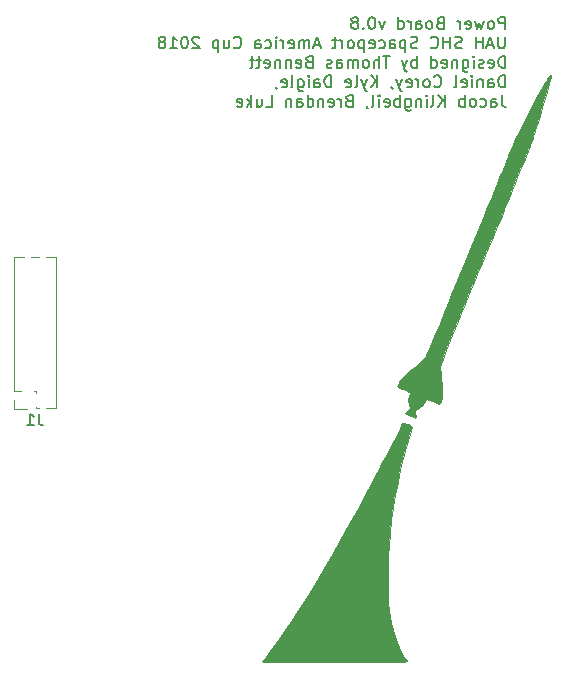
<source format=gbr>
G04 #@! TF.GenerationSoftware,KiCad,Pcbnew,(5.0.0-rc2-dev-185-g935a5ca)*
G04 #@! TF.CreationDate,2018-03-13T10:49:46-05:00*
G04 #@! TF.ProjectId,Power Board,506F77657220426F6172642E6B696361,rev?*
G04 #@! TF.SameCoordinates,Original*
G04 #@! TF.FileFunction,Legend,Bot*
G04 #@! TF.FilePolarity,Positive*
%FSLAX46Y46*%
G04 Gerber Fmt 4.6, Leading zero omitted, Abs format (unit mm)*
G04 Created by KiCad (PCBNEW (5.0.0-rc2-dev-185-g935a5ca)) date Tuesday, March 13, 2018 at 10:49:46 AM*
%MOMM*%
%LPD*%
G01*
G04 APERTURE LIST*
%ADD10C,0.150000*%
%ADD11C,0.120000*%
%ADD12C,0.010000*%
%ADD13O,1.050800X1.050800*%
%ADD14R,1.050800X1.050800*%
%ADD15R,1.650800X1.650800*%
%ADD16C,1.650800*%
%ADD17C,3.250800*%
G04 APERTURE END LIST*
D10*
X239440404Y-86560380D02*
X239440404Y-85560380D01*
X239059452Y-85560380D01*
X238964214Y-85608000D01*
X238916595Y-85655619D01*
X238868976Y-85750857D01*
X238868976Y-85893714D01*
X238916595Y-85988952D01*
X238964214Y-86036571D01*
X239059452Y-86084190D01*
X239440404Y-86084190D01*
X238297547Y-86560380D02*
X238392785Y-86512761D01*
X238440404Y-86465142D01*
X238488023Y-86369904D01*
X238488023Y-86084190D01*
X238440404Y-85988952D01*
X238392785Y-85941333D01*
X238297547Y-85893714D01*
X238154690Y-85893714D01*
X238059452Y-85941333D01*
X238011833Y-85988952D01*
X237964214Y-86084190D01*
X237964214Y-86369904D01*
X238011833Y-86465142D01*
X238059452Y-86512761D01*
X238154690Y-86560380D01*
X238297547Y-86560380D01*
X237630880Y-85893714D02*
X237440404Y-86560380D01*
X237249928Y-86084190D01*
X237059452Y-86560380D01*
X236868976Y-85893714D01*
X236107071Y-86512761D02*
X236202309Y-86560380D01*
X236392785Y-86560380D01*
X236488023Y-86512761D01*
X236535642Y-86417523D01*
X236535642Y-86036571D01*
X236488023Y-85941333D01*
X236392785Y-85893714D01*
X236202309Y-85893714D01*
X236107071Y-85941333D01*
X236059452Y-86036571D01*
X236059452Y-86131809D01*
X236535642Y-86227047D01*
X235630880Y-86560380D02*
X235630880Y-85893714D01*
X235630880Y-86084190D02*
X235583261Y-85988952D01*
X235535642Y-85941333D01*
X235440404Y-85893714D01*
X235345166Y-85893714D01*
X233916595Y-86036571D02*
X233773738Y-86084190D01*
X233726119Y-86131809D01*
X233678500Y-86227047D01*
X233678500Y-86369904D01*
X233726119Y-86465142D01*
X233773738Y-86512761D01*
X233868976Y-86560380D01*
X234249928Y-86560380D01*
X234249928Y-85560380D01*
X233916595Y-85560380D01*
X233821357Y-85608000D01*
X233773738Y-85655619D01*
X233726119Y-85750857D01*
X233726119Y-85846095D01*
X233773738Y-85941333D01*
X233821357Y-85988952D01*
X233916595Y-86036571D01*
X234249928Y-86036571D01*
X233107071Y-86560380D02*
X233202309Y-86512761D01*
X233249928Y-86465142D01*
X233297547Y-86369904D01*
X233297547Y-86084190D01*
X233249928Y-85988952D01*
X233202309Y-85941333D01*
X233107071Y-85893714D01*
X232964214Y-85893714D01*
X232868976Y-85941333D01*
X232821357Y-85988952D01*
X232773738Y-86084190D01*
X232773738Y-86369904D01*
X232821357Y-86465142D01*
X232868976Y-86512761D01*
X232964214Y-86560380D01*
X233107071Y-86560380D01*
X231916595Y-86560380D02*
X231916595Y-86036571D01*
X231964214Y-85941333D01*
X232059452Y-85893714D01*
X232249928Y-85893714D01*
X232345166Y-85941333D01*
X231916595Y-86512761D02*
X232011833Y-86560380D01*
X232249928Y-86560380D01*
X232345166Y-86512761D01*
X232392785Y-86417523D01*
X232392785Y-86322285D01*
X232345166Y-86227047D01*
X232249928Y-86179428D01*
X232011833Y-86179428D01*
X231916595Y-86131809D01*
X231440404Y-86560380D02*
X231440404Y-85893714D01*
X231440404Y-86084190D02*
X231392785Y-85988952D01*
X231345166Y-85941333D01*
X231249928Y-85893714D01*
X231154690Y-85893714D01*
X230392785Y-86560380D02*
X230392785Y-85560380D01*
X230392785Y-86512761D02*
X230488023Y-86560380D01*
X230678500Y-86560380D01*
X230773738Y-86512761D01*
X230821357Y-86465142D01*
X230868976Y-86369904D01*
X230868976Y-86084190D01*
X230821357Y-85988952D01*
X230773738Y-85941333D01*
X230678500Y-85893714D01*
X230488023Y-85893714D01*
X230392785Y-85941333D01*
X229249928Y-85893714D02*
X229011833Y-86560380D01*
X228773738Y-85893714D01*
X228202309Y-85560380D02*
X228107071Y-85560380D01*
X228011833Y-85608000D01*
X227964214Y-85655619D01*
X227916595Y-85750857D01*
X227868976Y-85941333D01*
X227868976Y-86179428D01*
X227916595Y-86369904D01*
X227964214Y-86465142D01*
X228011833Y-86512761D01*
X228107071Y-86560380D01*
X228202309Y-86560380D01*
X228297547Y-86512761D01*
X228345166Y-86465142D01*
X228392785Y-86369904D01*
X228440404Y-86179428D01*
X228440404Y-85941333D01*
X228392785Y-85750857D01*
X228345166Y-85655619D01*
X228297547Y-85608000D01*
X228202309Y-85560380D01*
X227440404Y-86465142D02*
X227392785Y-86512761D01*
X227440404Y-86560380D01*
X227488023Y-86512761D01*
X227440404Y-86465142D01*
X227440404Y-86560380D01*
X226821357Y-85988952D02*
X226916595Y-85941333D01*
X226964214Y-85893714D01*
X227011833Y-85798476D01*
X227011833Y-85750857D01*
X226964214Y-85655619D01*
X226916595Y-85608000D01*
X226821357Y-85560380D01*
X226630880Y-85560380D01*
X226535642Y-85608000D01*
X226488023Y-85655619D01*
X226440404Y-85750857D01*
X226440404Y-85798476D01*
X226488023Y-85893714D01*
X226535642Y-85941333D01*
X226630880Y-85988952D01*
X226821357Y-85988952D01*
X226916595Y-86036571D01*
X226964214Y-86084190D01*
X227011833Y-86179428D01*
X227011833Y-86369904D01*
X226964214Y-86465142D01*
X226916595Y-86512761D01*
X226821357Y-86560380D01*
X226630880Y-86560380D01*
X226535642Y-86512761D01*
X226488023Y-86465142D01*
X226440404Y-86369904D01*
X226440404Y-86179428D01*
X226488023Y-86084190D01*
X226535642Y-86036571D01*
X226630880Y-85988952D01*
X239440404Y-87210380D02*
X239440404Y-88019904D01*
X239392785Y-88115142D01*
X239345166Y-88162761D01*
X239249928Y-88210380D01*
X239059452Y-88210380D01*
X238964214Y-88162761D01*
X238916595Y-88115142D01*
X238868976Y-88019904D01*
X238868976Y-87210380D01*
X238440404Y-87924666D02*
X237964214Y-87924666D01*
X238535642Y-88210380D02*
X238202309Y-87210380D01*
X237868976Y-88210380D01*
X237535642Y-88210380D02*
X237535642Y-87210380D01*
X237535642Y-87686571D02*
X236964214Y-87686571D01*
X236964214Y-88210380D02*
X236964214Y-87210380D01*
X235773738Y-88162761D02*
X235630880Y-88210380D01*
X235392785Y-88210380D01*
X235297547Y-88162761D01*
X235249928Y-88115142D01*
X235202309Y-88019904D01*
X235202309Y-87924666D01*
X235249928Y-87829428D01*
X235297547Y-87781809D01*
X235392785Y-87734190D01*
X235583261Y-87686571D01*
X235678500Y-87638952D01*
X235726119Y-87591333D01*
X235773738Y-87496095D01*
X235773738Y-87400857D01*
X235726119Y-87305619D01*
X235678500Y-87258000D01*
X235583261Y-87210380D01*
X235345166Y-87210380D01*
X235202309Y-87258000D01*
X234773738Y-88210380D02*
X234773738Y-87210380D01*
X234773738Y-87686571D02*
X234202309Y-87686571D01*
X234202309Y-88210380D02*
X234202309Y-87210380D01*
X233154690Y-88115142D02*
X233202309Y-88162761D01*
X233345166Y-88210380D01*
X233440404Y-88210380D01*
X233583261Y-88162761D01*
X233678500Y-88067523D01*
X233726119Y-87972285D01*
X233773738Y-87781809D01*
X233773738Y-87638952D01*
X233726119Y-87448476D01*
X233678500Y-87353238D01*
X233583261Y-87258000D01*
X233440404Y-87210380D01*
X233345166Y-87210380D01*
X233202309Y-87258000D01*
X233154690Y-87305619D01*
X232011833Y-88162761D02*
X231868976Y-88210380D01*
X231630880Y-88210380D01*
X231535642Y-88162761D01*
X231488023Y-88115142D01*
X231440404Y-88019904D01*
X231440404Y-87924666D01*
X231488023Y-87829428D01*
X231535642Y-87781809D01*
X231630880Y-87734190D01*
X231821357Y-87686571D01*
X231916595Y-87638952D01*
X231964214Y-87591333D01*
X232011833Y-87496095D01*
X232011833Y-87400857D01*
X231964214Y-87305619D01*
X231916595Y-87258000D01*
X231821357Y-87210380D01*
X231583261Y-87210380D01*
X231440404Y-87258000D01*
X231011833Y-87543714D02*
X231011833Y-88543714D01*
X231011833Y-87591333D02*
X230916595Y-87543714D01*
X230726119Y-87543714D01*
X230630880Y-87591333D01*
X230583261Y-87638952D01*
X230535642Y-87734190D01*
X230535642Y-88019904D01*
X230583261Y-88115142D01*
X230630880Y-88162761D01*
X230726119Y-88210380D01*
X230916595Y-88210380D01*
X231011833Y-88162761D01*
X229678500Y-88210380D02*
X229678500Y-87686571D01*
X229726119Y-87591333D01*
X229821357Y-87543714D01*
X230011833Y-87543714D01*
X230107071Y-87591333D01*
X229678500Y-88162761D02*
X229773738Y-88210380D01*
X230011833Y-88210380D01*
X230107071Y-88162761D01*
X230154690Y-88067523D01*
X230154690Y-87972285D01*
X230107071Y-87877047D01*
X230011833Y-87829428D01*
X229773738Y-87829428D01*
X229678500Y-87781809D01*
X228773738Y-88162761D02*
X228868976Y-88210380D01*
X229059452Y-88210380D01*
X229154690Y-88162761D01*
X229202309Y-88115142D01*
X229249928Y-88019904D01*
X229249928Y-87734190D01*
X229202309Y-87638952D01*
X229154690Y-87591333D01*
X229059452Y-87543714D01*
X228868976Y-87543714D01*
X228773738Y-87591333D01*
X227964214Y-88162761D02*
X228059452Y-88210380D01*
X228249928Y-88210380D01*
X228345166Y-88162761D01*
X228392785Y-88067523D01*
X228392785Y-87686571D01*
X228345166Y-87591333D01*
X228249928Y-87543714D01*
X228059452Y-87543714D01*
X227964214Y-87591333D01*
X227916595Y-87686571D01*
X227916595Y-87781809D01*
X228392785Y-87877047D01*
X227488023Y-87543714D02*
X227488023Y-88543714D01*
X227488023Y-87591333D02*
X227392785Y-87543714D01*
X227202309Y-87543714D01*
X227107071Y-87591333D01*
X227059452Y-87638952D01*
X227011833Y-87734190D01*
X227011833Y-88019904D01*
X227059452Y-88115142D01*
X227107071Y-88162761D01*
X227202309Y-88210380D01*
X227392785Y-88210380D01*
X227488023Y-88162761D01*
X226440404Y-88210380D02*
X226535642Y-88162761D01*
X226583261Y-88115142D01*
X226630880Y-88019904D01*
X226630880Y-87734190D01*
X226583261Y-87638952D01*
X226535642Y-87591333D01*
X226440404Y-87543714D01*
X226297547Y-87543714D01*
X226202309Y-87591333D01*
X226154690Y-87638952D01*
X226107071Y-87734190D01*
X226107071Y-88019904D01*
X226154690Y-88115142D01*
X226202309Y-88162761D01*
X226297547Y-88210380D01*
X226440404Y-88210380D01*
X225678500Y-88210380D02*
X225678500Y-87543714D01*
X225678500Y-87734190D02*
X225630880Y-87638952D01*
X225583261Y-87591333D01*
X225488023Y-87543714D01*
X225392785Y-87543714D01*
X225202309Y-87543714D02*
X224821357Y-87543714D01*
X225059452Y-87210380D02*
X225059452Y-88067523D01*
X225011833Y-88162761D01*
X224916595Y-88210380D01*
X224821357Y-88210380D01*
X223773738Y-87924666D02*
X223297547Y-87924666D01*
X223868976Y-88210380D02*
X223535642Y-87210380D01*
X223202309Y-88210380D01*
X222868976Y-88210380D02*
X222868976Y-87543714D01*
X222868976Y-87638952D02*
X222821357Y-87591333D01*
X222726119Y-87543714D01*
X222583261Y-87543714D01*
X222488023Y-87591333D01*
X222440404Y-87686571D01*
X222440404Y-88210380D01*
X222440404Y-87686571D02*
X222392785Y-87591333D01*
X222297547Y-87543714D01*
X222154690Y-87543714D01*
X222059452Y-87591333D01*
X222011833Y-87686571D01*
X222011833Y-88210380D01*
X221154690Y-88162761D02*
X221249928Y-88210380D01*
X221440404Y-88210380D01*
X221535642Y-88162761D01*
X221583261Y-88067523D01*
X221583261Y-87686571D01*
X221535642Y-87591333D01*
X221440404Y-87543714D01*
X221249928Y-87543714D01*
X221154690Y-87591333D01*
X221107071Y-87686571D01*
X221107071Y-87781809D01*
X221583261Y-87877047D01*
X220678500Y-88210380D02*
X220678500Y-87543714D01*
X220678500Y-87734190D02*
X220630880Y-87638952D01*
X220583261Y-87591333D01*
X220488023Y-87543714D01*
X220392785Y-87543714D01*
X220059452Y-88210380D02*
X220059452Y-87543714D01*
X220059452Y-87210380D02*
X220107071Y-87258000D01*
X220059452Y-87305619D01*
X220011833Y-87258000D01*
X220059452Y-87210380D01*
X220059452Y-87305619D01*
X219154690Y-88162761D02*
X219249928Y-88210380D01*
X219440404Y-88210380D01*
X219535642Y-88162761D01*
X219583261Y-88115142D01*
X219630880Y-88019904D01*
X219630880Y-87734190D01*
X219583261Y-87638952D01*
X219535642Y-87591333D01*
X219440404Y-87543714D01*
X219249928Y-87543714D01*
X219154690Y-87591333D01*
X218297547Y-88210380D02*
X218297547Y-87686571D01*
X218345166Y-87591333D01*
X218440404Y-87543714D01*
X218630880Y-87543714D01*
X218726119Y-87591333D01*
X218297547Y-88162761D02*
X218392785Y-88210380D01*
X218630880Y-88210380D01*
X218726119Y-88162761D01*
X218773738Y-88067523D01*
X218773738Y-87972285D01*
X218726119Y-87877047D01*
X218630880Y-87829428D01*
X218392785Y-87829428D01*
X218297547Y-87781809D01*
X216488023Y-88115142D02*
X216535642Y-88162761D01*
X216678500Y-88210380D01*
X216773738Y-88210380D01*
X216916595Y-88162761D01*
X217011833Y-88067523D01*
X217059452Y-87972285D01*
X217107071Y-87781809D01*
X217107071Y-87638952D01*
X217059452Y-87448476D01*
X217011833Y-87353238D01*
X216916595Y-87258000D01*
X216773738Y-87210380D01*
X216678500Y-87210380D01*
X216535642Y-87258000D01*
X216488023Y-87305619D01*
X215630880Y-87543714D02*
X215630880Y-88210380D01*
X216059452Y-87543714D02*
X216059452Y-88067523D01*
X216011833Y-88162761D01*
X215916595Y-88210380D01*
X215773738Y-88210380D01*
X215678500Y-88162761D01*
X215630880Y-88115142D01*
X215154690Y-87543714D02*
X215154690Y-88543714D01*
X215154690Y-87591333D02*
X215059452Y-87543714D01*
X214868976Y-87543714D01*
X214773738Y-87591333D01*
X214726119Y-87638952D01*
X214678500Y-87734190D01*
X214678500Y-88019904D01*
X214726119Y-88115142D01*
X214773738Y-88162761D01*
X214868976Y-88210380D01*
X215059452Y-88210380D01*
X215154690Y-88162761D01*
X213535642Y-87305619D02*
X213488023Y-87258000D01*
X213392785Y-87210380D01*
X213154690Y-87210380D01*
X213059452Y-87258000D01*
X213011833Y-87305619D01*
X212964214Y-87400857D01*
X212964214Y-87496095D01*
X213011833Y-87638952D01*
X213583261Y-88210380D01*
X212964214Y-88210380D01*
X212345166Y-87210380D02*
X212249928Y-87210380D01*
X212154690Y-87258000D01*
X212107071Y-87305619D01*
X212059452Y-87400857D01*
X212011833Y-87591333D01*
X212011833Y-87829428D01*
X212059452Y-88019904D01*
X212107071Y-88115142D01*
X212154690Y-88162761D01*
X212249928Y-88210380D01*
X212345166Y-88210380D01*
X212440404Y-88162761D01*
X212488023Y-88115142D01*
X212535642Y-88019904D01*
X212583261Y-87829428D01*
X212583261Y-87591333D01*
X212535642Y-87400857D01*
X212488023Y-87305619D01*
X212440404Y-87258000D01*
X212345166Y-87210380D01*
X211059452Y-88210380D02*
X211630880Y-88210380D01*
X211345166Y-88210380D02*
X211345166Y-87210380D01*
X211440404Y-87353238D01*
X211535642Y-87448476D01*
X211630880Y-87496095D01*
X210488023Y-87638952D02*
X210583261Y-87591333D01*
X210630880Y-87543714D01*
X210678500Y-87448476D01*
X210678500Y-87400857D01*
X210630880Y-87305619D01*
X210583261Y-87258000D01*
X210488023Y-87210380D01*
X210297547Y-87210380D01*
X210202309Y-87258000D01*
X210154690Y-87305619D01*
X210107071Y-87400857D01*
X210107071Y-87448476D01*
X210154690Y-87543714D01*
X210202309Y-87591333D01*
X210297547Y-87638952D01*
X210488023Y-87638952D01*
X210583261Y-87686571D01*
X210630880Y-87734190D01*
X210678500Y-87829428D01*
X210678500Y-88019904D01*
X210630880Y-88115142D01*
X210583261Y-88162761D01*
X210488023Y-88210380D01*
X210297547Y-88210380D01*
X210202309Y-88162761D01*
X210154690Y-88115142D01*
X210107071Y-88019904D01*
X210107071Y-87829428D01*
X210154690Y-87734190D01*
X210202309Y-87686571D01*
X210297547Y-87638952D01*
X239440404Y-89860380D02*
X239440404Y-88860380D01*
X239202309Y-88860380D01*
X239059452Y-88908000D01*
X238964214Y-89003238D01*
X238916595Y-89098476D01*
X238868976Y-89288952D01*
X238868976Y-89431809D01*
X238916595Y-89622285D01*
X238964214Y-89717523D01*
X239059452Y-89812761D01*
X239202309Y-89860380D01*
X239440404Y-89860380D01*
X238059452Y-89812761D02*
X238154690Y-89860380D01*
X238345166Y-89860380D01*
X238440404Y-89812761D01*
X238488023Y-89717523D01*
X238488023Y-89336571D01*
X238440404Y-89241333D01*
X238345166Y-89193714D01*
X238154690Y-89193714D01*
X238059452Y-89241333D01*
X238011833Y-89336571D01*
X238011833Y-89431809D01*
X238488023Y-89527047D01*
X237630880Y-89812761D02*
X237535642Y-89860380D01*
X237345166Y-89860380D01*
X237249928Y-89812761D01*
X237202309Y-89717523D01*
X237202309Y-89669904D01*
X237249928Y-89574666D01*
X237345166Y-89527047D01*
X237488023Y-89527047D01*
X237583261Y-89479428D01*
X237630880Y-89384190D01*
X237630880Y-89336571D01*
X237583261Y-89241333D01*
X237488023Y-89193714D01*
X237345166Y-89193714D01*
X237249928Y-89241333D01*
X236773738Y-89860380D02*
X236773738Y-89193714D01*
X236773738Y-88860380D02*
X236821357Y-88908000D01*
X236773738Y-88955619D01*
X236726119Y-88908000D01*
X236773738Y-88860380D01*
X236773738Y-88955619D01*
X235868976Y-89193714D02*
X235868976Y-90003238D01*
X235916595Y-90098476D01*
X235964214Y-90146095D01*
X236059452Y-90193714D01*
X236202309Y-90193714D01*
X236297547Y-90146095D01*
X235868976Y-89812761D02*
X235964214Y-89860380D01*
X236154690Y-89860380D01*
X236249928Y-89812761D01*
X236297547Y-89765142D01*
X236345166Y-89669904D01*
X236345166Y-89384190D01*
X236297547Y-89288952D01*
X236249928Y-89241333D01*
X236154690Y-89193714D01*
X235964214Y-89193714D01*
X235868976Y-89241333D01*
X235392785Y-89193714D02*
X235392785Y-89860380D01*
X235392785Y-89288952D02*
X235345166Y-89241333D01*
X235249928Y-89193714D01*
X235107071Y-89193714D01*
X235011833Y-89241333D01*
X234964214Y-89336571D01*
X234964214Y-89860380D01*
X234107071Y-89812761D02*
X234202309Y-89860380D01*
X234392785Y-89860380D01*
X234488023Y-89812761D01*
X234535642Y-89717523D01*
X234535642Y-89336571D01*
X234488023Y-89241333D01*
X234392785Y-89193714D01*
X234202309Y-89193714D01*
X234107071Y-89241333D01*
X234059452Y-89336571D01*
X234059452Y-89431809D01*
X234535642Y-89527047D01*
X233202309Y-89860380D02*
X233202309Y-88860380D01*
X233202309Y-89812761D02*
X233297547Y-89860380D01*
X233488023Y-89860380D01*
X233583261Y-89812761D01*
X233630880Y-89765142D01*
X233678500Y-89669904D01*
X233678500Y-89384190D01*
X233630880Y-89288952D01*
X233583261Y-89241333D01*
X233488023Y-89193714D01*
X233297547Y-89193714D01*
X233202309Y-89241333D01*
X231964214Y-89860380D02*
X231964214Y-88860380D01*
X231964214Y-89241333D02*
X231868976Y-89193714D01*
X231678500Y-89193714D01*
X231583261Y-89241333D01*
X231535642Y-89288952D01*
X231488023Y-89384190D01*
X231488023Y-89669904D01*
X231535642Y-89765142D01*
X231583261Y-89812761D01*
X231678500Y-89860380D01*
X231868976Y-89860380D01*
X231964214Y-89812761D01*
X231154690Y-89193714D02*
X230916595Y-89860380D01*
X230678500Y-89193714D02*
X230916595Y-89860380D01*
X231011833Y-90098476D01*
X231059452Y-90146095D01*
X231154690Y-90193714D01*
X229678500Y-88860380D02*
X229107071Y-88860380D01*
X229392785Y-89860380D02*
X229392785Y-88860380D01*
X228773738Y-89860380D02*
X228773738Y-88860380D01*
X228345166Y-89860380D02*
X228345166Y-89336571D01*
X228392785Y-89241333D01*
X228488023Y-89193714D01*
X228630880Y-89193714D01*
X228726119Y-89241333D01*
X228773738Y-89288952D01*
X227726119Y-89860380D02*
X227821357Y-89812761D01*
X227868976Y-89765142D01*
X227916595Y-89669904D01*
X227916595Y-89384190D01*
X227868976Y-89288952D01*
X227821357Y-89241333D01*
X227726119Y-89193714D01*
X227583261Y-89193714D01*
X227488023Y-89241333D01*
X227440404Y-89288952D01*
X227392785Y-89384190D01*
X227392785Y-89669904D01*
X227440404Y-89765142D01*
X227488023Y-89812761D01*
X227583261Y-89860380D01*
X227726119Y-89860380D01*
X226964214Y-89860380D02*
X226964214Y-89193714D01*
X226964214Y-89288952D02*
X226916595Y-89241333D01*
X226821357Y-89193714D01*
X226678500Y-89193714D01*
X226583261Y-89241333D01*
X226535642Y-89336571D01*
X226535642Y-89860380D01*
X226535642Y-89336571D02*
X226488023Y-89241333D01*
X226392785Y-89193714D01*
X226249928Y-89193714D01*
X226154690Y-89241333D01*
X226107071Y-89336571D01*
X226107071Y-89860380D01*
X225202309Y-89860380D02*
X225202309Y-89336571D01*
X225249928Y-89241333D01*
X225345166Y-89193714D01*
X225535642Y-89193714D01*
X225630880Y-89241333D01*
X225202309Y-89812761D02*
X225297547Y-89860380D01*
X225535642Y-89860380D01*
X225630880Y-89812761D01*
X225678500Y-89717523D01*
X225678500Y-89622285D01*
X225630880Y-89527047D01*
X225535642Y-89479428D01*
X225297547Y-89479428D01*
X225202309Y-89431809D01*
X224773738Y-89812761D02*
X224678500Y-89860380D01*
X224488023Y-89860380D01*
X224392785Y-89812761D01*
X224345166Y-89717523D01*
X224345166Y-89669904D01*
X224392785Y-89574666D01*
X224488023Y-89527047D01*
X224630880Y-89527047D01*
X224726119Y-89479428D01*
X224773738Y-89384190D01*
X224773738Y-89336571D01*
X224726119Y-89241333D01*
X224630880Y-89193714D01*
X224488023Y-89193714D01*
X224392785Y-89241333D01*
X222821357Y-89336571D02*
X222678500Y-89384190D01*
X222630880Y-89431809D01*
X222583261Y-89527047D01*
X222583261Y-89669904D01*
X222630880Y-89765142D01*
X222678500Y-89812761D01*
X222773738Y-89860380D01*
X223154690Y-89860380D01*
X223154690Y-88860380D01*
X222821357Y-88860380D01*
X222726119Y-88908000D01*
X222678500Y-88955619D01*
X222630880Y-89050857D01*
X222630880Y-89146095D01*
X222678500Y-89241333D01*
X222726119Y-89288952D01*
X222821357Y-89336571D01*
X223154690Y-89336571D01*
X221773738Y-89812761D02*
X221868976Y-89860380D01*
X222059452Y-89860380D01*
X222154690Y-89812761D01*
X222202309Y-89717523D01*
X222202309Y-89336571D01*
X222154690Y-89241333D01*
X222059452Y-89193714D01*
X221868976Y-89193714D01*
X221773738Y-89241333D01*
X221726119Y-89336571D01*
X221726119Y-89431809D01*
X222202309Y-89527047D01*
X221297547Y-89193714D02*
X221297547Y-89860380D01*
X221297547Y-89288952D02*
X221249928Y-89241333D01*
X221154690Y-89193714D01*
X221011833Y-89193714D01*
X220916595Y-89241333D01*
X220868976Y-89336571D01*
X220868976Y-89860380D01*
X220392785Y-89193714D02*
X220392785Y-89860380D01*
X220392785Y-89288952D02*
X220345166Y-89241333D01*
X220249928Y-89193714D01*
X220107071Y-89193714D01*
X220011833Y-89241333D01*
X219964214Y-89336571D01*
X219964214Y-89860380D01*
X219107071Y-89812761D02*
X219202309Y-89860380D01*
X219392785Y-89860380D01*
X219488023Y-89812761D01*
X219535642Y-89717523D01*
X219535642Y-89336571D01*
X219488023Y-89241333D01*
X219392785Y-89193714D01*
X219202309Y-89193714D01*
X219107071Y-89241333D01*
X219059452Y-89336571D01*
X219059452Y-89431809D01*
X219535642Y-89527047D01*
X218773738Y-89193714D02*
X218392785Y-89193714D01*
X218630880Y-88860380D02*
X218630880Y-89717523D01*
X218583261Y-89812761D01*
X218488023Y-89860380D01*
X218392785Y-89860380D01*
X218202309Y-89193714D02*
X217821357Y-89193714D01*
X218059452Y-88860380D02*
X218059452Y-89717523D01*
X218011833Y-89812761D01*
X217916595Y-89860380D01*
X217821357Y-89860380D01*
X239440404Y-91510380D02*
X239440404Y-90510380D01*
X239202309Y-90510380D01*
X239059452Y-90558000D01*
X238964214Y-90653238D01*
X238916595Y-90748476D01*
X238868976Y-90938952D01*
X238868976Y-91081809D01*
X238916595Y-91272285D01*
X238964214Y-91367523D01*
X239059452Y-91462761D01*
X239202309Y-91510380D01*
X239440404Y-91510380D01*
X238011833Y-91510380D02*
X238011833Y-90986571D01*
X238059452Y-90891333D01*
X238154690Y-90843714D01*
X238345166Y-90843714D01*
X238440404Y-90891333D01*
X238011833Y-91462761D02*
X238107071Y-91510380D01*
X238345166Y-91510380D01*
X238440404Y-91462761D01*
X238488023Y-91367523D01*
X238488023Y-91272285D01*
X238440404Y-91177047D01*
X238345166Y-91129428D01*
X238107071Y-91129428D01*
X238011833Y-91081809D01*
X237535642Y-90843714D02*
X237535642Y-91510380D01*
X237535642Y-90938952D02*
X237488023Y-90891333D01*
X237392785Y-90843714D01*
X237249928Y-90843714D01*
X237154690Y-90891333D01*
X237107071Y-90986571D01*
X237107071Y-91510380D01*
X236630880Y-91510380D02*
X236630880Y-90843714D01*
X236630880Y-90510380D02*
X236678500Y-90558000D01*
X236630880Y-90605619D01*
X236583261Y-90558000D01*
X236630880Y-90510380D01*
X236630880Y-90605619D01*
X235773738Y-91462761D02*
X235868976Y-91510380D01*
X236059452Y-91510380D01*
X236154690Y-91462761D01*
X236202309Y-91367523D01*
X236202309Y-90986571D01*
X236154690Y-90891333D01*
X236059452Y-90843714D01*
X235868976Y-90843714D01*
X235773738Y-90891333D01*
X235726119Y-90986571D01*
X235726119Y-91081809D01*
X236202309Y-91177047D01*
X235154690Y-91510380D02*
X235249928Y-91462761D01*
X235297547Y-91367523D01*
X235297547Y-90510380D01*
X233440404Y-91415142D02*
X233488023Y-91462761D01*
X233630880Y-91510380D01*
X233726119Y-91510380D01*
X233868976Y-91462761D01*
X233964214Y-91367523D01*
X234011833Y-91272285D01*
X234059452Y-91081809D01*
X234059452Y-90938952D01*
X234011833Y-90748476D01*
X233964214Y-90653238D01*
X233868976Y-90558000D01*
X233726119Y-90510380D01*
X233630880Y-90510380D01*
X233488023Y-90558000D01*
X233440404Y-90605619D01*
X232868976Y-91510380D02*
X232964214Y-91462761D01*
X233011833Y-91415142D01*
X233059452Y-91319904D01*
X233059452Y-91034190D01*
X233011833Y-90938952D01*
X232964214Y-90891333D01*
X232868976Y-90843714D01*
X232726119Y-90843714D01*
X232630880Y-90891333D01*
X232583261Y-90938952D01*
X232535642Y-91034190D01*
X232535642Y-91319904D01*
X232583261Y-91415142D01*
X232630880Y-91462761D01*
X232726119Y-91510380D01*
X232868976Y-91510380D01*
X232107071Y-91510380D02*
X232107071Y-90843714D01*
X232107071Y-91034190D02*
X232059452Y-90938952D01*
X232011833Y-90891333D01*
X231916595Y-90843714D01*
X231821357Y-90843714D01*
X231107071Y-91462761D02*
X231202309Y-91510380D01*
X231392785Y-91510380D01*
X231488023Y-91462761D01*
X231535642Y-91367523D01*
X231535642Y-90986571D01*
X231488023Y-90891333D01*
X231392785Y-90843714D01*
X231202309Y-90843714D01*
X231107071Y-90891333D01*
X231059452Y-90986571D01*
X231059452Y-91081809D01*
X231535642Y-91177047D01*
X230726119Y-90843714D02*
X230488023Y-91510380D01*
X230249928Y-90843714D02*
X230488023Y-91510380D01*
X230583261Y-91748476D01*
X230630880Y-91796095D01*
X230726119Y-91843714D01*
X229821357Y-91462761D02*
X229821357Y-91510380D01*
X229868976Y-91605619D01*
X229916595Y-91653238D01*
X228630880Y-91510380D02*
X228630880Y-90510380D01*
X228059452Y-91510380D02*
X228488023Y-90938952D01*
X228059452Y-90510380D02*
X228630880Y-91081809D01*
X227726119Y-90843714D02*
X227488023Y-91510380D01*
X227249928Y-90843714D02*
X227488023Y-91510380D01*
X227583261Y-91748476D01*
X227630880Y-91796095D01*
X227726119Y-91843714D01*
X226726119Y-91510380D02*
X226821357Y-91462761D01*
X226868976Y-91367523D01*
X226868976Y-90510380D01*
X225964214Y-91462761D02*
X226059452Y-91510380D01*
X226249928Y-91510380D01*
X226345166Y-91462761D01*
X226392785Y-91367523D01*
X226392785Y-90986571D01*
X226345166Y-90891333D01*
X226249928Y-90843714D01*
X226059452Y-90843714D01*
X225964214Y-90891333D01*
X225916595Y-90986571D01*
X225916595Y-91081809D01*
X226392785Y-91177047D01*
X224726119Y-91510380D02*
X224726119Y-90510380D01*
X224488023Y-90510380D01*
X224345166Y-90558000D01*
X224249928Y-90653238D01*
X224202309Y-90748476D01*
X224154690Y-90938952D01*
X224154690Y-91081809D01*
X224202309Y-91272285D01*
X224249928Y-91367523D01*
X224345166Y-91462761D01*
X224488023Y-91510380D01*
X224726119Y-91510380D01*
X223297547Y-91510380D02*
X223297547Y-90986571D01*
X223345166Y-90891333D01*
X223440404Y-90843714D01*
X223630880Y-90843714D01*
X223726119Y-90891333D01*
X223297547Y-91462761D02*
X223392785Y-91510380D01*
X223630880Y-91510380D01*
X223726119Y-91462761D01*
X223773738Y-91367523D01*
X223773738Y-91272285D01*
X223726119Y-91177047D01*
X223630880Y-91129428D01*
X223392785Y-91129428D01*
X223297547Y-91081809D01*
X222821357Y-91510380D02*
X222821357Y-90843714D01*
X222821357Y-90510380D02*
X222868976Y-90558000D01*
X222821357Y-90605619D01*
X222773738Y-90558000D01*
X222821357Y-90510380D01*
X222821357Y-90605619D01*
X221916595Y-90843714D02*
X221916595Y-91653238D01*
X221964214Y-91748476D01*
X222011833Y-91796095D01*
X222107071Y-91843714D01*
X222249928Y-91843714D01*
X222345166Y-91796095D01*
X221916595Y-91462761D02*
X222011833Y-91510380D01*
X222202309Y-91510380D01*
X222297547Y-91462761D01*
X222345166Y-91415142D01*
X222392785Y-91319904D01*
X222392785Y-91034190D01*
X222345166Y-90938952D01*
X222297547Y-90891333D01*
X222202309Y-90843714D01*
X222011833Y-90843714D01*
X221916595Y-90891333D01*
X221297547Y-91510380D02*
X221392785Y-91462761D01*
X221440404Y-91367523D01*
X221440404Y-90510380D01*
X220535642Y-91462761D02*
X220630880Y-91510380D01*
X220821357Y-91510380D01*
X220916595Y-91462761D01*
X220964214Y-91367523D01*
X220964214Y-90986571D01*
X220916595Y-90891333D01*
X220821357Y-90843714D01*
X220630880Y-90843714D01*
X220535642Y-90891333D01*
X220488023Y-90986571D01*
X220488023Y-91081809D01*
X220964214Y-91177047D01*
X220011833Y-91462761D02*
X220011833Y-91510380D01*
X220059452Y-91605619D01*
X220107071Y-91653238D01*
X239154690Y-92160380D02*
X239154690Y-92874666D01*
X239202309Y-93017523D01*
X239297547Y-93112761D01*
X239440404Y-93160380D01*
X239535642Y-93160380D01*
X238249928Y-93160380D02*
X238249928Y-92636571D01*
X238297547Y-92541333D01*
X238392785Y-92493714D01*
X238583261Y-92493714D01*
X238678500Y-92541333D01*
X238249928Y-93112761D02*
X238345166Y-93160380D01*
X238583261Y-93160380D01*
X238678500Y-93112761D01*
X238726119Y-93017523D01*
X238726119Y-92922285D01*
X238678500Y-92827047D01*
X238583261Y-92779428D01*
X238345166Y-92779428D01*
X238249928Y-92731809D01*
X237345166Y-93112761D02*
X237440404Y-93160380D01*
X237630880Y-93160380D01*
X237726119Y-93112761D01*
X237773738Y-93065142D01*
X237821357Y-92969904D01*
X237821357Y-92684190D01*
X237773738Y-92588952D01*
X237726119Y-92541333D01*
X237630880Y-92493714D01*
X237440404Y-92493714D01*
X237345166Y-92541333D01*
X236773738Y-93160380D02*
X236868976Y-93112761D01*
X236916595Y-93065142D01*
X236964214Y-92969904D01*
X236964214Y-92684190D01*
X236916595Y-92588952D01*
X236868976Y-92541333D01*
X236773738Y-92493714D01*
X236630880Y-92493714D01*
X236535642Y-92541333D01*
X236488023Y-92588952D01*
X236440404Y-92684190D01*
X236440404Y-92969904D01*
X236488023Y-93065142D01*
X236535642Y-93112761D01*
X236630880Y-93160380D01*
X236773738Y-93160380D01*
X236011833Y-93160380D02*
X236011833Y-92160380D01*
X236011833Y-92541333D02*
X235916595Y-92493714D01*
X235726119Y-92493714D01*
X235630880Y-92541333D01*
X235583261Y-92588952D01*
X235535642Y-92684190D01*
X235535642Y-92969904D01*
X235583261Y-93065142D01*
X235630880Y-93112761D01*
X235726119Y-93160380D01*
X235916595Y-93160380D01*
X236011833Y-93112761D01*
X234345166Y-93160380D02*
X234345166Y-92160380D01*
X233773738Y-93160380D02*
X234202309Y-92588952D01*
X233773738Y-92160380D02*
X234345166Y-92731809D01*
X233202309Y-93160380D02*
X233297547Y-93112761D01*
X233345166Y-93017523D01*
X233345166Y-92160380D01*
X232821357Y-93160380D02*
X232821357Y-92493714D01*
X232821357Y-92160380D02*
X232868976Y-92208000D01*
X232821357Y-92255619D01*
X232773738Y-92208000D01*
X232821357Y-92160380D01*
X232821357Y-92255619D01*
X232345166Y-92493714D02*
X232345166Y-93160380D01*
X232345166Y-92588952D02*
X232297547Y-92541333D01*
X232202309Y-92493714D01*
X232059452Y-92493714D01*
X231964214Y-92541333D01*
X231916595Y-92636571D01*
X231916595Y-93160380D01*
X231011833Y-92493714D02*
X231011833Y-93303238D01*
X231059452Y-93398476D01*
X231107071Y-93446095D01*
X231202309Y-93493714D01*
X231345166Y-93493714D01*
X231440404Y-93446095D01*
X231011833Y-93112761D02*
X231107071Y-93160380D01*
X231297547Y-93160380D01*
X231392785Y-93112761D01*
X231440404Y-93065142D01*
X231488023Y-92969904D01*
X231488023Y-92684190D01*
X231440404Y-92588952D01*
X231392785Y-92541333D01*
X231297547Y-92493714D01*
X231107071Y-92493714D01*
X231011833Y-92541333D01*
X230535642Y-93160380D02*
X230535642Y-92160380D01*
X230535642Y-92541333D02*
X230440404Y-92493714D01*
X230249928Y-92493714D01*
X230154690Y-92541333D01*
X230107071Y-92588952D01*
X230059452Y-92684190D01*
X230059452Y-92969904D01*
X230107071Y-93065142D01*
X230154690Y-93112761D01*
X230249928Y-93160380D01*
X230440404Y-93160380D01*
X230535642Y-93112761D01*
X229249928Y-93112761D02*
X229345166Y-93160380D01*
X229535642Y-93160380D01*
X229630880Y-93112761D01*
X229678500Y-93017523D01*
X229678500Y-92636571D01*
X229630880Y-92541333D01*
X229535642Y-92493714D01*
X229345166Y-92493714D01*
X229249928Y-92541333D01*
X229202309Y-92636571D01*
X229202309Y-92731809D01*
X229678500Y-92827047D01*
X228773738Y-93160380D02*
X228773738Y-92493714D01*
X228773738Y-92160380D02*
X228821357Y-92208000D01*
X228773738Y-92255619D01*
X228726119Y-92208000D01*
X228773738Y-92160380D01*
X228773738Y-92255619D01*
X228154690Y-93160380D02*
X228249928Y-93112761D01*
X228297547Y-93017523D01*
X228297547Y-92160380D01*
X227726119Y-93112761D02*
X227726119Y-93160380D01*
X227773738Y-93255619D01*
X227821357Y-93303238D01*
X226202309Y-92636571D02*
X226059452Y-92684190D01*
X226011833Y-92731809D01*
X225964214Y-92827047D01*
X225964214Y-92969904D01*
X226011833Y-93065142D01*
X226059452Y-93112761D01*
X226154690Y-93160380D01*
X226535642Y-93160380D01*
X226535642Y-92160380D01*
X226202309Y-92160380D01*
X226107071Y-92208000D01*
X226059452Y-92255619D01*
X226011833Y-92350857D01*
X226011833Y-92446095D01*
X226059452Y-92541333D01*
X226107071Y-92588952D01*
X226202309Y-92636571D01*
X226535642Y-92636571D01*
X225535642Y-93160380D02*
X225535642Y-92493714D01*
X225535642Y-92684190D02*
X225488023Y-92588952D01*
X225440404Y-92541333D01*
X225345166Y-92493714D01*
X225249928Y-92493714D01*
X224535642Y-93112761D02*
X224630880Y-93160380D01*
X224821357Y-93160380D01*
X224916595Y-93112761D01*
X224964214Y-93017523D01*
X224964214Y-92636571D01*
X224916595Y-92541333D01*
X224821357Y-92493714D01*
X224630880Y-92493714D01*
X224535642Y-92541333D01*
X224488023Y-92636571D01*
X224488023Y-92731809D01*
X224964214Y-92827047D01*
X224059452Y-92493714D02*
X224059452Y-93160380D01*
X224059452Y-92588952D02*
X224011833Y-92541333D01*
X223916595Y-92493714D01*
X223773738Y-92493714D01*
X223678500Y-92541333D01*
X223630880Y-92636571D01*
X223630880Y-93160380D01*
X222726119Y-93160380D02*
X222726119Y-92160380D01*
X222726119Y-93112761D02*
X222821357Y-93160380D01*
X223011833Y-93160380D01*
X223107071Y-93112761D01*
X223154690Y-93065142D01*
X223202309Y-92969904D01*
X223202309Y-92684190D01*
X223154690Y-92588952D01*
X223107071Y-92541333D01*
X223011833Y-92493714D01*
X222821357Y-92493714D01*
X222726119Y-92541333D01*
X221821357Y-93160380D02*
X221821357Y-92636571D01*
X221868976Y-92541333D01*
X221964214Y-92493714D01*
X222154690Y-92493714D01*
X222249928Y-92541333D01*
X221821357Y-93112761D02*
X221916595Y-93160380D01*
X222154690Y-93160380D01*
X222249928Y-93112761D01*
X222297547Y-93017523D01*
X222297547Y-92922285D01*
X222249928Y-92827047D01*
X222154690Y-92779428D01*
X221916595Y-92779428D01*
X221821357Y-92731809D01*
X221345166Y-92493714D02*
X221345166Y-93160380D01*
X221345166Y-92588952D02*
X221297547Y-92541333D01*
X221202309Y-92493714D01*
X221059452Y-92493714D01*
X220964214Y-92541333D01*
X220916595Y-92636571D01*
X220916595Y-93160380D01*
X219202309Y-93160380D02*
X219678500Y-93160380D01*
X219678500Y-92160380D01*
X218440404Y-92493714D02*
X218440404Y-93160380D01*
X218868976Y-92493714D02*
X218868976Y-93017523D01*
X218821357Y-93112761D01*
X218726119Y-93160380D01*
X218583261Y-93160380D01*
X218488023Y-93112761D01*
X218440404Y-93065142D01*
X217964214Y-93160380D02*
X217964214Y-92160380D01*
X217868976Y-92779428D02*
X217583261Y-93160380D01*
X217583261Y-92493714D02*
X217964214Y-92874666D01*
X216773738Y-93112761D02*
X216868976Y-93160380D01*
X217059452Y-93160380D01*
X217154690Y-93112761D01*
X217202309Y-93017523D01*
X217202309Y-92636571D01*
X217154690Y-92541333D01*
X217059452Y-92493714D01*
X216868976Y-92493714D01*
X216773738Y-92541333D01*
X216726119Y-92636571D01*
X216726119Y-92731809D01*
X217202309Y-92827047D01*
D11*
X197879000Y-118743000D02*
X199009000Y-118743000D01*
X197879000Y-117983000D02*
X197879000Y-118743000D01*
X200586530Y-118678000D02*
X201409000Y-118678000D01*
X199769000Y-118678000D02*
X199971470Y-118678000D01*
X199769000Y-118546471D02*
X199769000Y-118678000D01*
X199769000Y-117276471D02*
X199769000Y-117419529D01*
X199572471Y-117223000D02*
X199715529Y-117223000D01*
X197879000Y-117223000D02*
X198445529Y-117223000D01*
X201409000Y-118678000D02*
X201409000Y-105858000D01*
X197879000Y-117223000D02*
X197879000Y-105858000D01*
X199316530Y-105858000D02*
X199971470Y-105858000D01*
X200586530Y-105858000D02*
X201409000Y-105858000D01*
X197879000Y-105858000D02*
X198701470Y-105858000D01*
D12*
G36*
X230530698Y-120405945D02*
X230429857Y-120616376D01*
X230282019Y-120913935D01*
X230093593Y-121286295D01*
X229870990Y-121721130D01*
X229620621Y-122206112D01*
X229348894Y-122728914D01*
X229062222Y-123277208D01*
X228767013Y-123838667D01*
X228469679Y-124400965D01*
X228176630Y-124951774D01*
X227894275Y-125478766D01*
X227850188Y-125560667D01*
X227053699Y-127027434D01*
X226271201Y-128444985D01*
X225505411Y-129808857D01*
X224759043Y-131114587D01*
X224034811Y-132357712D01*
X223335431Y-133533768D01*
X222663618Y-134638294D01*
X222022086Y-135666825D01*
X221413551Y-136614900D01*
X220840726Y-137478054D01*
X220306328Y-138251825D01*
X219813072Y-138931751D01*
X219363671Y-139513367D01*
X219358947Y-139519244D01*
X219185910Y-139736256D01*
X219041831Y-139920425D01*
X218939854Y-140054689D01*
X218893121Y-140121985D01*
X218891556Y-140126022D01*
X218946791Y-140129446D01*
X219107661Y-140132735D01*
X219366909Y-140135859D01*
X219717282Y-140138787D01*
X220151525Y-140141490D01*
X220662383Y-140143937D01*
X221242601Y-140146098D01*
X221884924Y-140147943D01*
X222582097Y-140149441D01*
X223326867Y-140150562D01*
X224111977Y-140151276D01*
X224930174Y-140151553D01*
X225015778Y-140151556D01*
X225836962Y-140151295D01*
X226625804Y-140150537D01*
X227375050Y-140149315D01*
X228077445Y-140147664D01*
X228725735Y-140145618D01*
X229312665Y-140143211D01*
X229830979Y-140140476D01*
X230273424Y-140137449D01*
X230632743Y-140134164D01*
X230901684Y-140130654D01*
X231072990Y-140126954D01*
X231139407Y-140123098D01*
X231140000Y-140122695D01*
X231110468Y-140065233D01*
X231032725Y-139941037D01*
X230923050Y-139776029D01*
X230913243Y-139761634D01*
X230574813Y-139183185D01*
X230280139Y-138503297D01*
X230029045Y-137721349D01*
X229821353Y-136836720D01*
X229656887Y-135848789D01*
X229557042Y-134991122D01*
X229532448Y-134647609D01*
X229514957Y-134213193D01*
X229504428Y-133709628D01*
X229500722Y-133158667D01*
X229503696Y-132582064D01*
X229513211Y-132001572D01*
X229529126Y-131438945D01*
X229551300Y-130915936D01*
X229579592Y-130454299D01*
X229587002Y-130358445D01*
X229687782Y-129288018D01*
X229817983Y-128188797D01*
X229974410Y-127077814D01*
X230153872Y-125972099D01*
X230353175Y-124888685D01*
X230569127Y-123844603D01*
X230798534Y-122856884D01*
X231038204Y-121942560D01*
X231284943Y-121118662D01*
X231364055Y-120879301D01*
X231438768Y-120651587D01*
X231496935Y-120460279D01*
X231530301Y-120333233D01*
X231535112Y-120301892D01*
X231486034Y-120230304D01*
X231359259Y-120143704D01*
X231185478Y-120058644D01*
X230995380Y-119991680D01*
X230929786Y-119975389D01*
X230747793Y-119936113D01*
X230530698Y-120405945D01*
X230530698Y-120405945D01*
G37*
X230530698Y-120405945D02*
X230429857Y-120616376D01*
X230282019Y-120913935D01*
X230093593Y-121286295D01*
X229870990Y-121721130D01*
X229620621Y-122206112D01*
X229348894Y-122728914D01*
X229062222Y-123277208D01*
X228767013Y-123838667D01*
X228469679Y-124400965D01*
X228176630Y-124951774D01*
X227894275Y-125478766D01*
X227850188Y-125560667D01*
X227053699Y-127027434D01*
X226271201Y-128444985D01*
X225505411Y-129808857D01*
X224759043Y-131114587D01*
X224034811Y-132357712D01*
X223335431Y-133533768D01*
X222663618Y-134638294D01*
X222022086Y-135666825D01*
X221413551Y-136614900D01*
X220840726Y-137478054D01*
X220306328Y-138251825D01*
X219813072Y-138931751D01*
X219363671Y-139513367D01*
X219358947Y-139519244D01*
X219185910Y-139736256D01*
X219041831Y-139920425D01*
X218939854Y-140054689D01*
X218893121Y-140121985D01*
X218891556Y-140126022D01*
X218946791Y-140129446D01*
X219107661Y-140132735D01*
X219366909Y-140135859D01*
X219717282Y-140138787D01*
X220151525Y-140141490D01*
X220662383Y-140143937D01*
X221242601Y-140146098D01*
X221884924Y-140147943D01*
X222582097Y-140149441D01*
X223326867Y-140150562D01*
X224111977Y-140151276D01*
X224930174Y-140151553D01*
X225015778Y-140151556D01*
X225836962Y-140151295D01*
X226625804Y-140150537D01*
X227375050Y-140149315D01*
X228077445Y-140147664D01*
X228725735Y-140145618D01*
X229312665Y-140143211D01*
X229830979Y-140140476D01*
X230273424Y-140137449D01*
X230632743Y-140134164D01*
X230901684Y-140130654D01*
X231072990Y-140126954D01*
X231139407Y-140123098D01*
X231140000Y-140122695D01*
X231110468Y-140065233D01*
X231032725Y-139941037D01*
X230923050Y-139776029D01*
X230913243Y-139761634D01*
X230574813Y-139183185D01*
X230280139Y-138503297D01*
X230029045Y-137721349D01*
X229821353Y-136836720D01*
X229656887Y-135848789D01*
X229557042Y-134991122D01*
X229532448Y-134647609D01*
X229514957Y-134213193D01*
X229504428Y-133709628D01*
X229500722Y-133158667D01*
X229503696Y-132582064D01*
X229513211Y-132001572D01*
X229529126Y-131438945D01*
X229551300Y-130915936D01*
X229579592Y-130454299D01*
X229587002Y-130358445D01*
X229687782Y-129288018D01*
X229817983Y-128188797D01*
X229974410Y-127077814D01*
X230153872Y-125972099D01*
X230353175Y-124888685D01*
X230569127Y-123844603D01*
X230798534Y-122856884D01*
X231038204Y-121942560D01*
X231284943Y-121118662D01*
X231364055Y-120879301D01*
X231438768Y-120651587D01*
X231496935Y-120460279D01*
X231530301Y-120333233D01*
X231535112Y-120301892D01*
X231486034Y-120230304D01*
X231359259Y-120143704D01*
X231185478Y-120058644D01*
X230995380Y-119991680D01*
X230929786Y-119975389D01*
X230747793Y-119936113D01*
X230530698Y-120405945D01*
G36*
X243207845Y-90529767D02*
X243099398Y-90671109D01*
X242952837Y-90894530D01*
X242773337Y-91190091D01*
X242566071Y-91547852D01*
X242336213Y-91957874D01*
X242088935Y-92410217D01*
X241829411Y-92894942D01*
X241562816Y-93402109D01*
X241294321Y-93921778D01*
X241029101Y-94444010D01*
X240772329Y-94958865D01*
X240529179Y-95456404D01*
X240304823Y-95926688D01*
X240104436Y-96359775D01*
X239933190Y-96745728D01*
X239796260Y-97074607D01*
X239698818Y-97336471D01*
X239688802Y-97366667D01*
X239659868Y-97441854D01*
X239590665Y-97614561D01*
X239484001Y-97877962D01*
X239342686Y-98225231D01*
X239169528Y-98649542D01*
X238967337Y-99144068D01*
X238738923Y-99701983D01*
X238487094Y-100316461D01*
X238214659Y-100980677D01*
X237924428Y-101687803D01*
X237619209Y-102431014D01*
X237301813Y-103203484D01*
X236975048Y-103998387D01*
X236641723Y-104808896D01*
X236304647Y-105628185D01*
X235966631Y-106449429D01*
X235630482Y-107265800D01*
X235299010Y-108070474D01*
X234975024Y-108856623D01*
X234661333Y-109617422D01*
X234360747Y-110346044D01*
X234076075Y-111035664D01*
X233810126Y-111679456D01*
X233565708Y-112270592D01*
X233345632Y-112802247D01*
X233152706Y-113267596D01*
X232989740Y-113659811D01*
X232859542Y-113972067D01*
X232764923Y-114197537D01*
X232708690Y-114329396D01*
X232699920Y-114349248D01*
X232640885Y-114422391D01*
X232507665Y-114555579D01*
X232313129Y-114736983D01*
X232070146Y-114954777D01*
X231791585Y-115197132D01*
X231600627Y-115359624D01*
X231263854Y-115645472D01*
X231003247Y-115871740D01*
X230807277Y-116049936D01*
X230664413Y-116191566D01*
X230563124Y-116308134D01*
X230491880Y-116411148D01*
X230439149Y-116512112D01*
X230433831Y-116523932D01*
X230366691Y-116686525D01*
X230327705Y-116803775D01*
X230323547Y-116841706D01*
X230379853Y-116874456D01*
X230518034Y-116939259D01*
X230715343Y-117025756D01*
X230881377Y-117095706D01*
X231105513Y-117194624D01*
X231284307Y-117284872D01*
X231395751Y-117354646D01*
X231421935Y-117385654D01*
X231401136Y-117472382D01*
X231347716Y-117621073D01*
X231307319Y-117719589D01*
X231192416Y-117987647D01*
X231424192Y-118673973D01*
X231197430Y-118862334D01*
X231069286Y-118976325D01*
X230987072Y-119063956D01*
X230970667Y-119093542D01*
X231019220Y-119133256D01*
X231147941Y-119200063D01*
X231331421Y-119281085D01*
X231379069Y-119300527D01*
X231579612Y-119381238D01*
X231740244Y-119446090D01*
X231831468Y-119483171D01*
X231838754Y-119486191D01*
X231861310Y-119447690D01*
X231864166Y-119319974D01*
X231851881Y-119170462D01*
X231813725Y-118833207D01*
X232150883Y-118653504D01*
X232342098Y-118536587D01*
X232477076Y-118424417D01*
X232526298Y-118353262D01*
X232575211Y-118215872D01*
X232639856Y-118052505D01*
X232640988Y-118049794D01*
X232717420Y-117866866D01*
X233269266Y-118085686D01*
X233503635Y-118176507D01*
X233701413Y-118249227D01*
X233837659Y-118294904D01*
X233883834Y-118306031D01*
X233936338Y-118258383D01*
X234006170Y-118133820D01*
X234057991Y-118011222D01*
X234095930Y-117906279D01*
X234122440Y-117811398D01*
X234137660Y-117707867D01*
X234141731Y-117576974D01*
X234134793Y-117400003D01*
X234116987Y-117158245D01*
X234088452Y-116832984D01*
X234068466Y-116614222D01*
X234036345Y-116248907D01*
X234008154Y-115899487D01*
X233985661Y-115590239D01*
X233970635Y-115345441D01*
X233964864Y-115192177D01*
X233966575Y-115145290D01*
X233973727Y-115089148D01*
X233988268Y-115018870D01*
X234012148Y-114929575D01*
X234047315Y-114816380D01*
X234095717Y-114674404D01*
X234159302Y-114498765D01*
X234240019Y-114284581D01*
X234339816Y-114026971D01*
X234460642Y-113721052D01*
X234604445Y-113361943D01*
X234773173Y-112944763D01*
X234968776Y-112464629D01*
X235193200Y-111916660D01*
X235448396Y-111295974D01*
X235736310Y-110597689D01*
X236058892Y-109816923D01*
X236418090Y-108948796D01*
X236815852Y-107988424D01*
X237254127Y-106930927D01*
X237467989Y-106415066D01*
X237946800Y-105260192D01*
X238384511Y-104204345D01*
X238783245Y-103242262D01*
X239145127Y-102368684D01*
X239472279Y-101578351D01*
X239766825Y-100866001D01*
X240030889Y-100226373D01*
X240266592Y-99654209D01*
X240476060Y-99144246D01*
X240661415Y-98691224D01*
X240824781Y-98289883D01*
X240968281Y-97934962D01*
X241094038Y-97621200D01*
X241204176Y-97343338D01*
X241300819Y-97096113D01*
X241386089Y-96874267D01*
X241462110Y-96672537D01*
X241531006Y-96485664D01*
X241594899Y-96308387D01*
X241655913Y-96135446D01*
X241716172Y-95961579D01*
X241777799Y-95781526D01*
X241842917Y-95590027D01*
X241872131Y-95504000D01*
X242097612Y-94830787D01*
X242310736Y-94176351D01*
X242509192Y-93548984D01*
X242690668Y-92956977D01*
X242852850Y-92408623D01*
X242993426Y-91912213D01*
X243110085Y-91476040D01*
X243200514Y-91108395D01*
X243262401Y-90817570D01*
X243293433Y-90611856D01*
X243291298Y-90499547D01*
X243273006Y-90480445D01*
X243207845Y-90529767D01*
X243207845Y-90529767D01*
G37*
X243207845Y-90529767D02*
X243099398Y-90671109D01*
X242952837Y-90894530D01*
X242773337Y-91190091D01*
X242566071Y-91547852D01*
X242336213Y-91957874D01*
X242088935Y-92410217D01*
X241829411Y-92894942D01*
X241562816Y-93402109D01*
X241294321Y-93921778D01*
X241029101Y-94444010D01*
X240772329Y-94958865D01*
X240529179Y-95456404D01*
X240304823Y-95926688D01*
X240104436Y-96359775D01*
X239933190Y-96745728D01*
X239796260Y-97074607D01*
X239698818Y-97336471D01*
X239688802Y-97366667D01*
X239659868Y-97441854D01*
X239590665Y-97614561D01*
X239484001Y-97877962D01*
X239342686Y-98225231D01*
X239169528Y-98649542D01*
X238967337Y-99144068D01*
X238738923Y-99701983D01*
X238487094Y-100316461D01*
X238214659Y-100980677D01*
X237924428Y-101687803D01*
X237619209Y-102431014D01*
X237301813Y-103203484D01*
X236975048Y-103998387D01*
X236641723Y-104808896D01*
X236304647Y-105628185D01*
X235966631Y-106449429D01*
X235630482Y-107265800D01*
X235299010Y-108070474D01*
X234975024Y-108856623D01*
X234661333Y-109617422D01*
X234360747Y-110346044D01*
X234076075Y-111035664D01*
X233810126Y-111679456D01*
X233565708Y-112270592D01*
X233345632Y-112802247D01*
X233152706Y-113267596D01*
X232989740Y-113659811D01*
X232859542Y-113972067D01*
X232764923Y-114197537D01*
X232708690Y-114329396D01*
X232699920Y-114349248D01*
X232640885Y-114422391D01*
X232507665Y-114555579D01*
X232313129Y-114736983D01*
X232070146Y-114954777D01*
X231791585Y-115197132D01*
X231600627Y-115359624D01*
X231263854Y-115645472D01*
X231003247Y-115871740D01*
X230807277Y-116049936D01*
X230664413Y-116191566D01*
X230563124Y-116308134D01*
X230491880Y-116411148D01*
X230439149Y-116512112D01*
X230433831Y-116523932D01*
X230366691Y-116686525D01*
X230327705Y-116803775D01*
X230323547Y-116841706D01*
X230379853Y-116874456D01*
X230518034Y-116939259D01*
X230715343Y-117025756D01*
X230881377Y-117095706D01*
X231105513Y-117194624D01*
X231284307Y-117284872D01*
X231395751Y-117354646D01*
X231421935Y-117385654D01*
X231401136Y-117472382D01*
X231347716Y-117621073D01*
X231307319Y-117719589D01*
X231192416Y-117987647D01*
X231424192Y-118673973D01*
X231197430Y-118862334D01*
X231069286Y-118976325D01*
X230987072Y-119063956D01*
X230970667Y-119093542D01*
X231019220Y-119133256D01*
X231147941Y-119200063D01*
X231331421Y-119281085D01*
X231379069Y-119300527D01*
X231579612Y-119381238D01*
X231740244Y-119446090D01*
X231831468Y-119483171D01*
X231838754Y-119486191D01*
X231861310Y-119447690D01*
X231864166Y-119319974D01*
X231851881Y-119170462D01*
X231813725Y-118833207D01*
X232150883Y-118653504D01*
X232342098Y-118536587D01*
X232477076Y-118424417D01*
X232526298Y-118353262D01*
X232575211Y-118215872D01*
X232639856Y-118052505D01*
X232640988Y-118049794D01*
X232717420Y-117866866D01*
X233269266Y-118085686D01*
X233503635Y-118176507D01*
X233701413Y-118249227D01*
X233837659Y-118294904D01*
X233883834Y-118306031D01*
X233936338Y-118258383D01*
X234006170Y-118133820D01*
X234057991Y-118011222D01*
X234095930Y-117906279D01*
X234122440Y-117811398D01*
X234137660Y-117707867D01*
X234141731Y-117576974D01*
X234134793Y-117400003D01*
X234116987Y-117158245D01*
X234088452Y-116832984D01*
X234068466Y-116614222D01*
X234036345Y-116248907D01*
X234008154Y-115899487D01*
X233985661Y-115590239D01*
X233970635Y-115345441D01*
X233964864Y-115192177D01*
X233966575Y-115145290D01*
X233973727Y-115089148D01*
X233988268Y-115018870D01*
X234012148Y-114929575D01*
X234047315Y-114816380D01*
X234095717Y-114674404D01*
X234159302Y-114498765D01*
X234240019Y-114284581D01*
X234339816Y-114026971D01*
X234460642Y-113721052D01*
X234604445Y-113361943D01*
X234773173Y-112944763D01*
X234968776Y-112464629D01*
X235193200Y-111916660D01*
X235448396Y-111295974D01*
X235736310Y-110597689D01*
X236058892Y-109816923D01*
X236418090Y-108948796D01*
X236815852Y-107988424D01*
X237254127Y-106930927D01*
X237467989Y-106415066D01*
X237946800Y-105260192D01*
X238384511Y-104204345D01*
X238783245Y-103242262D01*
X239145127Y-102368684D01*
X239472279Y-101578351D01*
X239766825Y-100866001D01*
X240030889Y-100226373D01*
X240266592Y-99654209D01*
X240476060Y-99144246D01*
X240661415Y-98691224D01*
X240824781Y-98289883D01*
X240968281Y-97934962D01*
X241094038Y-97621200D01*
X241204176Y-97343338D01*
X241300819Y-97096113D01*
X241386089Y-96874267D01*
X241462110Y-96672537D01*
X241531006Y-96485664D01*
X241594899Y-96308387D01*
X241655913Y-96135446D01*
X241716172Y-95961579D01*
X241777799Y-95781526D01*
X241842917Y-95590027D01*
X241872131Y-95504000D01*
X242097612Y-94830787D01*
X242310736Y-94176351D01*
X242509192Y-93548984D01*
X242690668Y-92956977D01*
X242852850Y-92408623D01*
X242993426Y-91912213D01*
X243110085Y-91476040D01*
X243200514Y-91108395D01*
X243262401Y-90817570D01*
X243293433Y-90611856D01*
X243291298Y-90499547D01*
X243273006Y-90480445D01*
X243207845Y-90529767D01*
D10*
X199977333Y-119130380D02*
X199977333Y-119844666D01*
X200024952Y-119987523D01*
X200120190Y-120082761D01*
X200263047Y-120130380D01*
X200358285Y-120130380D01*
X198977333Y-120130380D02*
X199548761Y-120130380D01*
X199263047Y-120130380D02*
X199263047Y-119130380D01*
X199358285Y-119273238D01*
X199453523Y-119368476D01*
X199548761Y-119416095D01*
%LPC*%
D13*
X200279000Y-106553000D03*
X199009000Y-106553000D03*
X200279000Y-107823000D03*
X199009000Y-107823000D03*
X200279000Y-109093000D03*
X199009000Y-109093000D03*
X200279000Y-110363000D03*
X199009000Y-110363000D03*
X200279000Y-111633000D03*
X199009000Y-111633000D03*
X200279000Y-112903000D03*
X199009000Y-112903000D03*
X200279000Y-114173000D03*
X199009000Y-114173000D03*
X200279000Y-115443000D03*
X199009000Y-115443000D03*
X200279000Y-116713000D03*
X199009000Y-116713000D03*
X200279000Y-117983000D03*
D14*
X199009000Y-117983000D03*
D15*
X204978000Y-101346000D03*
D16*
X208478000Y-101346000D03*
D17*
X200152000Y-87376000D03*
X247396000Y-87376000D03*
X200152000Y-137160000D03*
X247396000Y-137160000D03*
M02*

</source>
